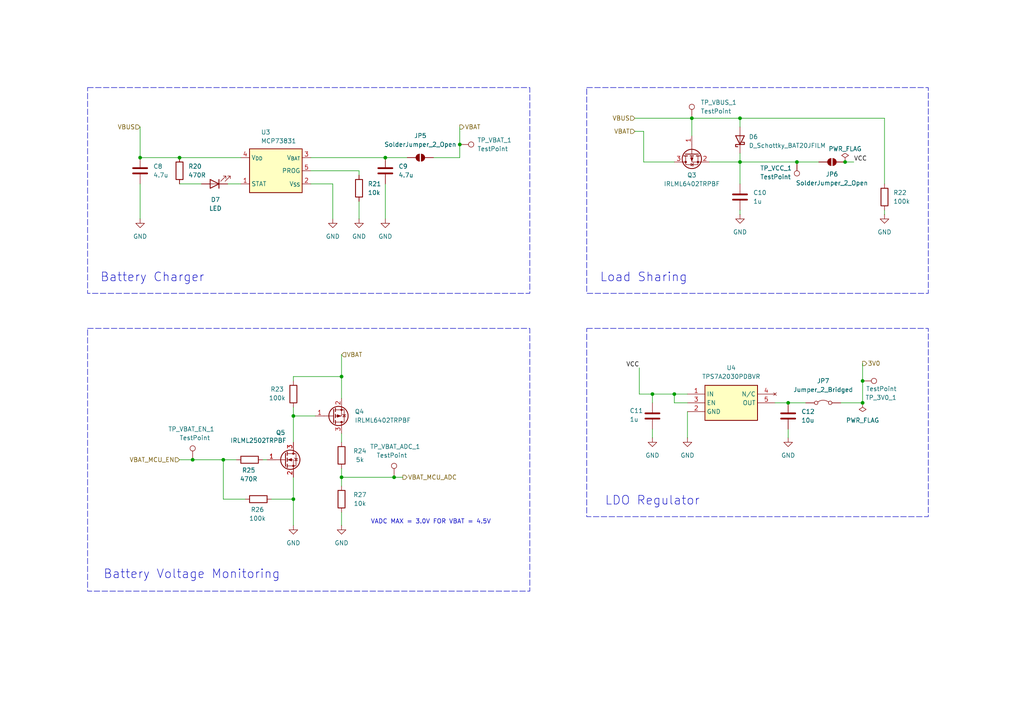
<source format=kicad_sch>
(kicad_sch (version 20231120) (generator "eeschema") (generator_version "8.0")
  (paper "A4")
  (title_block (title "Light Doorbell") (date "2024-10-21") (rev "V1.0") (company "Aalto ELEC-E8745") (comment 1 "Esteban CADIC"))
  (lib_symbols
    (symbol "PRJ_SYMBOLS:C" (pin_numbers hide) (pin_names (offset 0.254))
      (property "Reference" "C" (at 0.635 2.54 0))
      (property "Value" "C" (at 0.635 -2.54 0))
      (symbol "C_0_1"
        (polyline (pts (xy -2.032 -0.762) (xy 2.032 -0.762)) (stroke (width 0.508)))
        (polyline (pts (xy -2.032 0.762) (xy 2.032 0.762)) (stroke (width 0.508)))
      )
      (symbol "C_1_1"
        (pin passive line (at 0 3.81 270) (length 2.794) (name "~") (number "1"))
        (pin passive line (at 0 -3.81 90) (length 2.794) (name "~") (number "2"))
      )
    )
    (symbol "PRJ_SYMBOLS:D_Schottky" (pin_numbers hide) (pin_names (offset 1.016) hide)
      (property "Reference" "D" (at 0 2.54 0))
      (property "Value" "D_Schottky_BAT20JFILM" (at 0 -2.54 0))
      (symbol "D_Schottky_0_1"
        (polyline (pts (xy 1.27 0) (xy -1.27 0)))
        (polyline (pts (xy 1.27 1.27) (xy 1.27 -1.27) (xy -1.27 0) (xy 1.27 1.27)) (stroke (width 0.254)))
        (polyline (pts (xy -1.905 0.635) (xy -1.905 1.27) (xy -1.27 1.27) (xy -1.27 -1.27) (xy -0.635 -1.27) (xy -0.635 -0.635)) (stroke (width 0.254)))
      )
      (symbol "D_Schottky_1_1"
        (pin passive line (at -3.81 0 0) (length 2.54) (name "K") (number "1"))
        (pin passive line (at 3.81 0 180) (length 2.54) (name "A") (number "2"))
      )
    )
    (symbol "PRJ_SYMBOLS:GND" (power) (pin_numbers hide) (pin_names (offset 0) hide)
      (property "Value" "GND" (at 0 -3.81 0))
      (symbol "GND_0_1"
        (polyline (pts (xy 0 0) (xy 0 -1.27) (xy 1.27 -1.27) (xy 0 -2.54) (xy -1.27 -1.27) (xy 0 -1.27)))
      )
      (symbol "GND_1_1"
        (pin power_in line (at 0 0 270) (length 0) (name "~") (number "1"))
      )
    )
    (symbol "PRJ_SYMBOLS:IRLML2502TRPBF" (pin_names hide)
      (property "Reference" "Q" (at 5.08 1.905 0))
      (property "Value" "IRLML2502TRPBF" (at 5.08 0 0))
      (symbol "IRLML2502TRPBF_0_1"
        (polyline (pts (xy 0.254 0) (xy -2.54 0)))
        (polyline (pts (xy 0.254 1.905) (xy 0.254 -1.905)) (stroke (width 0.254)))
        (polyline (pts (xy 0.762 -1.27) (xy 0.762 -2.286)) (stroke (width 0.254)))
        (polyline (pts (xy 0.762 0.508) (xy 0.762 -0.508)) (stroke (width 0.254)))
        (polyline (pts (xy 0.762 2.286) (xy 0.762 1.27)) (stroke (width 0.254)))
        (polyline (pts (xy 2.54 2.54) (xy 2.54 1.778)))
        (polyline (pts (xy 2.54 -2.54) (xy 2.54 0) (xy 0.762 0)))
        (polyline (pts (xy 0.762 -1.778) (xy 3.302 -1.778) (xy 3.302 1.778) (xy 0.762 1.778)))
        (polyline (pts (xy 1.016 0) (xy 2.032 0.381) (xy 2.032 -0.381) (xy 1.016 0)) (fill (type outline)))
        (polyline (pts (xy 2.794 0.508) (xy 2.921 0.381) (xy 3.683 0.381) (xy 3.81 0.254)))
        (polyline (pts (xy 3.302 0.381) (xy 2.921 -0.254) (xy 3.683 -0.254) (xy 3.302 0.381)))
        (circle (center 1.651 0) (radius 2.794) (stroke (width 0.254)))
        (circle (center 2.54 -1.778) (radius 0.254) (fill (type outline)))
        (circle (center 2.54 1.778) (radius 0.254) (fill (type outline)))
      )
      (symbol "IRLML2502TRPBF_1_1"
        (pin input line (at -5.08 0 0) (length 2.54) (name "G") (number "1"))
        (pin passive line (at 2.54 -5.08 90) (length 2.54) (name "S") (number "2"))
        (pin passive line (at 2.54 5.08 270) (length 2.54) (name "D") (number "3"))
      )
    )
    (symbol "PRJ_SYMBOLS:IRLML6402TRPBF" (pin_names hide)
      (property "Reference" "Q" (at 5.08 1.905 0))
      (property "Value" "IRLML6402TRPBF" (at 5.08 0 0))
      (symbol "IRLML6402TRPBF_0_1"
        (polyline (pts (xy 0.254 0) (xy -2.54 0)))
        (polyline (pts (xy 0.254 1.905) (xy 0.254 -1.905)) (stroke (width 0.254)))
        (polyline (pts (xy 0.762 -1.27) (xy 0.762 -2.286)) (stroke (width 0.254)))
        (polyline (pts (xy 0.762 0.508) (xy 0.762 -0.508)) (stroke (width 0.254)))
        (polyline (pts (xy 0.762 2.286) (xy 0.762 1.27)) (stroke (width 0.254)))
        (polyline (pts (xy 2.54 2.54) (xy 2.54 1.778)))
        (polyline (pts (xy 2.54 -2.54) (xy 2.54 0) (xy 0.762 0)))
        (polyline (pts (xy 0.762 1.778) (xy 3.302 1.778) (xy 3.302 -1.778) (xy 0.762 -1.778)))
        (polyline (pts (xy 2.286 0) (xy 1.27 0.381) (xy 1.27 -0.381) (xy 2.286 0)) (fill (type outline)))
        (polyline (pts (xy 2.794 -0.508) (xy 2.921 -0.381) (xy 3.683 -0.381) (xy 3.81 -0.254)))
        (polyline (pts (xy 3.302 -0.381) (xy 2.921 0.254) (xy 3.683 0.254) (xy 3.302 -0.381)))
        (circle (center 1.651 0) (radius 2.794) (stroke (width 0.254)))
        (circle (center 2.54 -1.778) (radius 0.254) (fill (type outline)))
        (circle (center 2.54 1.778) (radius 0.254) (fill (type outline)))
      )
      (symbol "IRLML6402TRPBF_1_1"
        (pin input line (at -5.08 0 0) (length 2.54) (name "G") (number "1"))
        (pin passive line (at 2.54 -5.08 90) (length 2.54) (name "S") (number "2"))
        (pin passive line (at 2.54 5.08 270) (length 2.54) (name "D") (number "3"))
      )
    )
    (symbol "PRJ_SYMBOLS:Jumper_2_Bridged" (pin_numbers hide) (pin_names (offset 0) hide) (exclude_from_sim yes)
      (property "Reference" "JP" (at 0 1.905 0))
      (property "Value" "Jumper_2_Bridged" (at 0 -2.54 0))
      (symbol "Jumper_2_Bridged_0_0"
        (circle (center -2.032 0) (radius 0.508))
        (circle (center 2.032 0) (radius 0.508))
      )
      (symbol "Jumper_2_Bridged_0_1"
        (arc (start 1.524 0.254) (mid 0 0.762) (end -1.524 0.254))
      )
      (symbol "Jumper_2_Bridged_1_1"
        (pin passive line (at -5.08 0 0) (length 2.54) (name "A") (number "1"))
        (pin passive line (at 5.08 0 180) (length 2.54) (name "B") (number "2"))
      )
    )
    (symbol "PRJ_SYMBOLS:LED" (pin_numbers hide) (pin_names (offset 1.016) hide)
      (property "Reference" "D" (at 0 2.54 0))
      (property "Value" "LED" (at 0 -2.54 0))
      (symbol "LED_0_1"
        (polyline (pts (xy -1.27 -1.27) (xy -1.27 1.27)) (stroke (width 0.254)))
        (polyline (pts (xy -1.27 0) (xy 1.27 0)))
        (polyline (pts (xy 1.27 -1.27) (xy 1.27 1.27) (xy -1.27 0) (xy 1.27 -1.27)) (stroke (width 0.254)))
        (polyline (pts (xy -3.048 -0.762) (xy -4.572 -2.286) (xy -3.81 -2.286) (xy -4.572 -2.286) (xy -4.572 -1.524)))
        (polyline (pts (xy -1.778 -0.762) (xy -3.302 -2.286) (xy -2.54 -2.286) (xy -3.302 -2.286) (xy -3.302 -1.524)))
      )
      (symbol "LED_1_1"
        (pin passive line (at -3.81 0 0) (length 2.54) (name "K") (number "1"))
        (pin passive line (at 3.81 0 180) (length 2.54) (name "A") (number "2"))
      )
    )
    (symbol "PRJ_SYMBOLS:MCP73831"
      (property "Reference" "U" (at -7.62 6.35 0))
      (property "Value" "MCP73831" (at 1.27 6.35 0))
      (symbol "MCP73831_0_1"
        (rectangle (start -7.62 5.08) (end 7.62 -7.62) (stroke (width 0.254)) (fill (type background)))
      )
      (symbol "MCP73831_1_1"
        (pin tri_state line (at -10.16 -5.08 0) (length 2.54) (name "STAT") (number "1"))
        (pin power_in line (at 10.16 -5.08 180) (length 2.54) (name "V_{SS}") (number "2"))
        (pin power_out line (at 10.16 2.54 180) (length 2.54) (name "V_{BAT}") (number "3"))
        (pin power_in line (at -10.16 2.54 0) (length 2.54) (name "V_{DD}") (number "4"))
        (pin input line (at 10.16 -1.27 180) (length 2.54) (name "PROG") (number "5"))
      )
    )
    (symbol "PRJ_SYMBOLS:PWR_FLAG" (power) (pin_numbers hide) (pin_names (offset 0) hide)
      (property "Value" "PWR_FLAG" (at 0 3.81 0))
      (symbol "PWR_FLAG_0_0"
        (pin power_out line (at 0 0 90) (length 0) (name "~") (number "1"))
      )
      (symbol "PWR_FLAG_0_1"
        (polyline (pts (xy 0 0) (xy 0 1.27) (xy -1.016 1.905) (xy 0 2.54) (xy 1.016 1.905) (xy 0 1.27)))
      )
    )
    (symbol "PRJ_SYMBOLS:R" (pin_numbers hide) (pin_names (offset 0))
      (property "Reference" "R" (at 2.032 0 90))
      (property "Value" "R" (at 0 0 90))
      (symbol "R_0_1"
        (rectangle (start -1.016 -2.54) (end 1.016 2.54) (stroke (width 0.254)))
      )
      (symbol "R_1_1"
        (pin passive line (at 0 3.81 270) (length 1.27) (name "~") (number "1"))
        (pin passive line (at 0 -3.81 90) (length 1.27) (name "~") (number "2"))
      )
    )
    (symbol "PRJ_SYMBOLS:SolderJumper_2_Open" (pin_numbers hide) (pin_names (offset 0) hide) (exclude_from_sim yes) (in_bom no)
      (property "Reference" "JP" (at 0 2.032 0))
      (property "Value" "SolderJumper_2_Open" (at 0 -2.54 0))
      (symbol "SolderJumper_2_Open_0_1"
        (arc (start -0.254 1.016) (mid -1.2656 0) (end -0.254 -1.016))
        (arc (start -0.254 1.016) (mid -1.2656 0) (end -0.254 -1.016) (fill (type outline)))
        (polyline (pts (xy -0.254 1.016) (xy -0.254 -1.016)))
        (polyline (pts (xy 0.254 1.016) (xy 0.254 -1.016)))
        (arc (start 0.254 -1.016) (mid 1.2656 0) (end 0.254 1.016))
        (arc (start 0.254 -1.016) (mid 1.2656 0) (end 0.254 1.016) (fill (type outline)))
      )
      (symbol "SolderJumper_2_Open_1_1"
        (pin passive line (at -3.81 0 0) (length 2.54) (name "A") (number "1"))
        (pin passive line (at 3.81 0 180) (length 2.54) (name "B") (number "2"))
      )
    )
    (symbol "PRJ_SYMBOLS:TPS7A2030PDBVR"
      (property "Reference" "IC" (at 21.59 7.62 0))
      (property "Value" "TPS7A2030PDBVR" (at 21.59 5.08 0))
      (symbol "TPS7A2030PDBVR_1_1"
        (rectangle (start 5.08 2.54) (end 20.32 -7.62) (stroke (width 0.254)) (fill (type background)))
        (pin power_in line (at 0 0 0) (length 5.08) (name "IN") (number "1"))
        (pin power_in line (at 0 -5.08 0) (length 5.08) (name "GND") (number "2"))
        (pin input line (at 0 -2.54 0) (length 5.08) (name "EN") (number "3"))
        (pin no_connect line (at 25.4 0 180) (length 5.08) (name "N/C") (number "4"))
        (pin power_out line (at 25.4 -2.54 180) (length 5.08) (name "OUT") (number "5"))
      )
    )
    (symbol "PRJ_SYMBOLS:TestPoint" (pin_numbers hide) (pin_names (offset 0.762) hide)
      (property "Reference" "TP" (at 0 6.858 0))
      (property "Value" "TestPoint" (at 0 5.08 0))
      (symbol "TestPoint_0_1"
        (circle (center 0 3.302) (radius 0.762))
      )
      (symbol "TestPoint_1_1"
        (pin passive line (at 0 0 90) (length 2.54) (name "1") (number "1"))
      )
    )
  )
  (junction (at 245.11 46.99))
  (junction (at 195.58 114.3))
  (junction (at 111.76 45.72))
  (junction (at 214.63 46.99))
  (junction (at 189.23 114.3))
  (junction (at 231.14 46.99))
  (junction (at 133.35 41.91))
  (junction (at 250.19 116.84))
  (junction (at 214.63 34.29))
  (junction (at 40.64 45.72))
  (junction (at 99.06 109.22))
  (junction (at 85.09 120.65))
  (junction (at 64.77 133.35))
  (junction (at 99.06 138.43))
  (junction (at 250.19 110.49))
  (junction (at 52.07 45.72))
  (junction (at 55.88 133.35))
  (junction (at 200.66 34.29))
  (junction (at 85.09 144.78))
  (junction (at 228.6 116.84))
  (junction (at 114.3 138.43))
  (wire (pts (xy 85.09 118.11) (xy 85.09 120.65)))
  (wire (pts (xy 184.15 38.1) (xy 186.69 38.1)))
  (wire (pts (xy 133.35 45.72) (xy 125.73 45.72)))
  (wire (pts (xy 85.09 109.22) (xy 99.06 109.22)))
  (wire (pts (xy 214.63 46.99) (xy 214.63 53.34)))
  (wire (pts (xy 250.19 116.84) (xy 243.84 116.84)))
  (wire (pts (xy 40.64 36.83) (xy 40.64 45.72)))
  (wire (pts (xy 205.74 46.99) (xy 214.63 46.99)))
  (wire (pts (xy 99.06 138.43) (xy 114.3 138.43)))
  (wire (pts (xy 228.6 124.46) (xy 228.6 127)))
  (wire (pts (xy 200.66 34.29) (xy 200.66 39.37)))
  (wire (pts (xy 189.23 116.84) (xy 189.23 114.3)))
  (wire (pts (xy 118.11 45.72) (xy 111.76 45.72)))
  (wire (pts (xy 64.77 133.35) (xy 68.58 133.35)))
  (wire (pts (xy 245.11 46.99) (xy 247.65 46.99)))
  (wire (pts (xy 99.06 148.59) (xy 99.06 152.4)))
  (wire (pts (xy 52.07 45.72) (xy 69.85 45.72)))
  (wire (pts (xy 199.39 119.38) (xy 199.39 127)))
  (wire (pts (xy 250.19 105.41) (xy 250.19 110.49)))
  (wire (pts (xy 214.63 44.45) (xy 214.63 46.99)))
  (wire (pts (xy 250.19 110.49) (xy 250.19 116.84)))
  (wire (pts (xy 185.42 106.68) (xy 185.42 114.3)))
  (wire (pts (xy 184.15 34.29) (xy 200.66 34.29)))
  (wire (pts (xy 40.64 45.72) (xy 52.07 45.72)))
  (wire (pts (xy 76.2 133.35) (xy 77.47 133.35)))
  (wire (pts (xy 66.04 53.34) (xy 69.85 53.34)))
  (wire (pts (xy 99.06 109.22) (xy 99.06 115.57)))
  (wire (pts (xy 104.14 49.53) (xy 104.14 50.8)))
  (wire (pts (xy 52.07 53.34) (xy 58.42 53.34)))
  (wire (pts (xy 99.06 125.73) (xy 99.06 128.27)))
  (wire (pts (xy 186.69 38.1) (xy 186.69 46.99)))
  (wire (pts (xy 99.06 102.87) (xy 99.06 109.22)))
  (wire (pts (xy 85.09 120.65) (xy 91.44 120.65)))
  (wire (pts (xy 90.17 53.34) (xy 96.52 53.34)))
  (wire (pts (xy 52.07 133.35) (xy 55.88 133.35)))
  (wire (pts (xy 85.09 120.65) (xy 85.09 128.27)))
  (wire (pts (xy 114.3 138.43) (xy 116.84 138.43)))
  (wire (pts (xy 85.09 144.78) (xy 85.09 152.4)))
  (wire (pts (xy 214.63 60.96) (xy 214.63 62.23)))
  (wire (pts (xy 78.74 144.78) (xy 85.09 144.78)))
  (wire (pts (xy 195.58 114.3) (xy 199.39 114.3)))
  (wire (pts (xy 90.17 49.53) (xy 104.14 49.53)))
  (wire (pts (xy 104.14 58.42) (xy 104.14 63.5)))
  (wire (pts (xy 186.69 46.99) (xy 195.58 46.99)))
  (wire (pts (xy 71.12 144.78) (xy 64.77 144.78)))
  (wire (pts (xy 55.88 133.35) (xy 64.77 133.35)))
  (wire (pts (xy 199.39 116.84) (xy 195.58 116.84)))
  (wire (pts (xy 111.76 53.34) (xy 111.76 63.5)))
  (wire (pts (xy 189.23 124.46) (xy 189.23 127)))
  (wire (pts (xy 133.35 41.91) (xy 133.35 45.72)))
  (wire (pts (xy 85.09 109.22) (xy 85.09 110.49)))
  (wire (pts (xy 214.63 36.83) (xy 214.63 34.29)))
  (wire (pts (xy 214.63 46.99) (xy 231.14 46.99)))
  (wire (pts (xy 256.54 34.29) (xy 214.63 34.29)))
  (wire (pts (xy 85.09 138.43) (xy 85.09 144.78)))
  (wire (pts (xy 133.35 36.83) (xy 133.35 41.91)))
  (wire (pts (xy 96.52 53.34) (xy 96.52 63.5)))
  (wire (pts (xy 256.54 60.96) (xy 256.54 62.23)))
  (wire (pts (xy 185.42 114.3) (xy 189.23 114.3)))
  (wire (pts (xy 233.68 116.84) (xy 228.6 116.84)))
  (wire (pts (xy 99.06 138.43) (xy 99.06 140.97)))
  (wire (pts (xy 231.14 46.99) (xy 237.49 46.99)))
  (wire (pts (xy 214.63 34.29) (xy 200.66 34.29)))
  (wire (pts (xy 99.06 135.89) (xy 99.06 138.43)))
  (wire (pts (xy 224.79 116.84) (xy 228.6 116.84)))
  (wire (pts (xy 90.17 45.72) (xy 111.76 45.72)))
  (wire (pts (xy 64.77 144.78) (xy 64.77 133.35)))
  (wire (pts (xy 189.23 114.3) (xy 195.58 114.3)))
  (wire (pts (xy 256.54 53.34) (xy 256.54 34.29)))
  (wire (pts (xy 40.64 53.34) (xy 40.64 63.5)))
  (wire (pts (xy 195.58 116.84) (xy 195.58 114.3)))
  (rectangle (start 170.18 95.25) (end 269.24 149.86) (stroke (width 0) (type dash)))
  (rectangle (start 25.4 25.4) (end 153.67 85.09) (stroke (width 0) (type dash)))
  (rectangle (start 25.4 95.25) (end 153.67 171.45) (stroke (width 0) (type dash)))
  (rectangle (start 170.18 25.4) (end 269.24 85.09) (stroke (width 0) (type dash)))
  (text "Battery Voltage Monitoring" (at 55.626 166.624 0) (effects (font (size 2.54 2.54))))
  (text "Load Sharing" (at 186.69 80.518 0) (effects (font (size 2.54 2.54))))
  (text "Battery Charger" (at 44.196 80.518 0) (effects (font (size 2.54 2.54))))
  (text "VADC MAX = 3.0V FOR VBAT = 4.5V" (at 124.968 151.384 0) (effects (font (size 1.27 1.27))))
  (text "LDO Regulator" (at 189.23 145.288 0) (effects (font (size 2.54 2.54))))
  (label "VCC" (at 185.42 106.68 180))
  (label "VCC" (at 247.65 46.99 0))
  (hierarchical_label "VBAT" (shape output) (at 133.35 36.83 0))
  (hierarchical_label "VBUS" (shape input) (at 40.64 36.83 180))
  (hierarchical_label "VBAT" (shape input) (at 99.06 102.87 0))
  (hierarchical_label "VBAT" (shape input) (at 184.15 38.1 180))
  (hierarchical_label "VBAT_MCU_EN" (shape input) (at 52.07 133.35 180))
  (hierarchical_label "VBUS" (shape input) (at 184.15 34.29 180))
  (hierarchical_label "VBAT_MCU_ADC" (shape output) (at 116.84 138.43 0))
  (hierarchical_label "3V0" (shape output) (at 250.19 105.41 0))
  (symbol (lib_id "PRJ_SYMBOLS:GND") (at 111.76 63.5 0) (unit 1)
    (property "Reference" "#PWR027" (effects (hide yes)))
    (property "Value" "GND" (at 111.76 68.58 0))
    (property "Description" "Power symbol creates a global label with name \"GND\" , ground" (effects (hide yes)))
  )
  (symbol (lib_id "PRJ_SYMBOLS:TestPoint") (at 250.19 110.49 270) (unit 1)
    (property "Reference" "TP_3V0_1" (at 260.096 115.316 90) (effects (justify right)))
    (property "Value" "TestPoint" (at 260.096 112.776 90) (effects (justify right)))
    (property "Footprint" "PRJ_FOOTPRINTS:TestPoint_Pad_D2.0mm" (effects (hide yes)))
    (property "Description" "test point" (effects (hide yes)))
  )
  (symbol (lib_id "PRJ_SYMBOLS:GND") (at 99.06 152.4 0) (unit 1)
    (property "Reference" "#PWR032" (effects (hide yes)))
    (property "Value" "GND" (at 99.06 157.48 0))
    (property "Description" "Power symbol creates a global label with name \"GND\" , ground" (effects (hide yes)))
  )
  (symbol (lib_id "PRJ_SYMBOLS:TestPoint") (at 231.14 46.99 180) (unit 1)
    (property "Reference" "TP_VCC_1" (at 220.472 48.768 0) (effects (justify right)))
    (property "Value" "TestPoint" (at 220.472 51.308 0) (effects (justify right)))
    (property "Footprint" "PRJ_FOOTPRINTS:TestPoint_Pad_D2.0mm" (effects (hide yes)))
    (property "Description" "test point" (effects (hide yes)))
  )
  (symbol (lib_id "PRJ_SYMBOLS:PWR_FLAG") (at 250.19 116.84 180) (unit 1)
    (property "Reference" "#FLG06" (effects (hide yes)))
    (property "Value" "PWR_FLAG" (at 250.19 121.92 0))
    (property "Description" "Special symbol for telling ERC where power comes from" (effects (hide yes)))
  )
  (symbol (lib_id "PRJ_SYMBOLS:TestPoint") (at 200.66 34.29 0) (unit 1)
    (property "Reference" "TP_VBUS_1" (at 203.2 29.7179 0) (effects (justify left)))
    (property "Value" "TestPoint" (at 203.2 32.2579 0) (effects (justify left)))
    (property "Footprint" "PRJ_FOOTPRINTS:TestPoint_Pad_D2.0mm" (effects (hide yes)))
    (property "Description" "test point" (effects (hide yes)))
  )
  (symbol (lib_id "PRJ_SYMBOLS:IRLML2502TRPBF") (at 82.55 133.35 0) (unit 1)
    (property "Reference" "Q5" (at 80.01 125.476 0) (effects (justify left)))
    (property "Value" "IRLML2502TRPBF" (at 66.802 127.762 0) (effects (justify left)))
    (property "Footprint" "PRJ_FOOTPRINTS:SOT-23_Handsoldering" (effects (hide yes)))
    (property "Datasheet" "https://www.infineon.com/dgdl/irlml2502pbf-1.pdf?fileId=5546d462533600a4015356680e672608" (effects (hide yes)))
    (property "Description" "N-Channel MOSFET, 20V Vds, 4.2A Id, 45 mΩ Rds(on), SOT-23" (effects (hide yes)))
    (property "LCSC" "C2589" (effects (hide yes)))
  )
  (symbol (lib_id "PRJ_SYMBOLS:D_Schottky") (at 214.63 40.64 90) (unit 1)
    (property "Reference" "D6" (at 217.17 39.6874 90) (effects (justify right)))
    (property "Value" "D_Schottky_BAT20JFILM" (at 217.17 42.2274 90) (effects (justify right)))
    (property "Footprint" "PRJ_FOOTPRINTS:D_SOD-323_HandSoldering" (effects (hide yes)))
    (property "Datasheet" "https://eu.mouser.com/datasheet/2/389/bat20j-1849045.pdf" (effects (hide yes)))
    (property "Description" "Schottky diode, ST BAT20JFILM, 1A If, 23V Vrrm" (effects (hide yes)))
    (property "LCSC" "C155590" (effects (hide yes)))
  )
  (symbol (lib_id "PRJ_SYMBOLS:LED") (at 62.23 53.34 180) (unit 1)
    (property "Reference" "D7" (at 62.484 57.912 0))
    (property "Value" "LED" (at 62.484 60.452 0))
    (property "Footprint" "PRJ_FOOTPRINTS:LED_0805_2012Metric_Pad1.15x1.40mm_HandSolder" (effects (hide yes)))
    (property "Description" "Light emitting diode" (effects (hide yes)))
    (property "LCSC" "C434431" (effects (hide yes)))
  )
  (symbol (lib_id "PRJ_SYMBOLS:R") (at 72.39 133.35 270) (unit 1)
    (property "Reference" "R25" (at 72.136 136.398 90))
    (property "Value" "470R" (at 72.136 138.938 90))
    (property "Footprint" "PRJ_FOOTPRINTS:R_0805_2012Metric_Pad1.20x1.40mm_HandSolder" (effects (hide yes)))
    (property "Description" "Resistor" (effects (hide yes)))
    (property "LCSC" "C2907329" (effects (hide yes)))
  )
  (symbol (lib_id "PRJ_SYMBOLS:R") (at 256.54 57.15 0) (unit 1)
    (property "Reference" "R22" (at 259.08 55.8799 0) (effects (justify left)))
    (property "Value" "100k" (at 259.08 58.4199 0) (effects (justify left)))
    (property "Footprint" "PRJ_FOOTPRINTS:R_0805_2012Metric_Pad1.20x1.40mm_HandSolder" (effects (hide yes)))
    (property "Description" "Resistor" (effects (hide yes)))
    (property "LCSC" "C25611" (effects (hide yes)))
  )
  (symbol (lib_id "PRJ_SYMBOLS:C") (at 111.76 49.53 0) (unit 1)
    (property "Reference" "C9" (at 115.57 48.2599 0) (effects (justify left)))
    (property "Value" "4.7u" (at 115.57 50.7999 0) (effects (justify left)))
    (property "Footprint" "PRJ_FOOTPRINTS:C_0805_2012Metric_Pad1.18x1.45mm_HandSolder" (effects (hide yes)))
    (property "Description" "Unpolarized capacitor" (effects (hide yes)))
    (property "LCSC" "C1779" (effects (hide yes)))
  )
  (symbol (lib_id "PRJ_SYMBOLS:GND") (at 228.6 127 0) (unit 1)
    (property "Reference" "#PWR030" (effects (hide yes)))
    (property "Value" "GND" (at 228.6 132.08 0))
    (property "Description" "Power symbol creates a global label with name \"GND\" , ground" (effects (hide yes)))
  )
  (symbol (lib_id "PRJ_SYMBOLS:MCP73831") (at 80.01 48.26 0) (unit 1)
    (property "Reference" "U3" (at 75.692 38.354 0) (effects (justify left)))
    (property "Value" "MCP73831" (at 75.692 40.894 0) (effects (justify left)))
    (property "Footprint" "PRJ_FOOTPRINTS:TSOT-23-5_HandSoldering" (effects (hide yes)))
    (property "Datasheet" "https://ww1.microchip.com/downloads/en/DeviceDoc/MCP73831-Family-Data-Sheet-DS20001984H.pdf" (effects (hide yes)))
    (property "Description" "Single cell Li-Ion/Li-Po charge management controller, 4.20V, SOT23-5" (effects (hide yes)))
    (property "LCSC" "C424093" (effects (hide yes)))
  )
  (symbol (lib_id "PRJ_SYMBOLS:C") (at 214.63 57.15 0) (unit 1)
    (property "Reference" "C10" (at 218.44 55.8799 0) (effects (justify left)))
    (property "Value" "1u" (at 218.44 58.4199 0) (effects (justify left)))
    (property "Footprint" "PRJ_FOOTPRINTS:C_0805_2012Metric_Pad1.18x1.45mm_HandSolder" (effects (hide yes)))
    (property "Description" "Unpolarized capacitor" (effects (hide yes)))
    (property "LCSC" "C2798196" (effects (hide yes)))
  )
  (symbol (lib_id "PRJ_SYMBOLS:GND") (at 96.52 63.5 0) (unit 1)
    (property "Reference" "#PWR025" (effects (hide yes)))
    (property "Value" "GND" (at 96.52 68.58 0))
    (property "Description" "Power symbol creates a global label with name \"GND\" , ground" (effects (hide yes)))
  )
  (symbol (lib_id "PRJ_SYMBOLS:GND") (at 104.14 63.5 0) (unit 1)
    (property "Reference" "#PWR026" (effects (hide yes)))
    (property "Value" "GND" (at 104.14 68.58 0))
    (property "Description" "Power symbol creates a global label with name \"GND\" , ground" (effects (hide yes)))
  )
  (symbol (lib_id "PRJ_SYMBOLS:GND") (at 256.54 62.23 0) (unit 1)
    (property "Reference" "#PWR023" (effects (hide yes)))
    (property "Value" "GND" (at 256.54 67.31 0))
    (property "Description" "Power symbol creates a global label with name \"GND\" , ground" (effects (hide yes)))
  )
  (symbol (lib_id "PRJ_SYMBOLS:R") (at 99.06 132.08 180) (unit 1)
    (property "Reference" "R24" (at 104.394 130.81 0))
    (property "Value" "5k" (at 104.394 133.35 0))
    (property "Footprint" "PRJ_FOOTPRINTS:R_0805_2012Metric_Pad1.20x1.40mm_HandSolder" (effects (hide yes)))
    (property "Description" "Resistor" (effects (hide yes)))
    (property "LCSC" "C2828783" (effects (hide yes)))
  )
  (symbol (lib_id "PRJ_SYMBOLS:R") (at 74.93 144.78 270) (unit 1)
    (property "Reference" "R26" (at 74.676 147.828 90))
    (property "Value" "100k" (at 74.676 150.368 90))
    (property "Footprint" "PRJ_FOOTPRINTS:R_0805_2012Metric_Pad1.20x1.40mm_HandSolder" (effects (hide yes)))
    (property "Description" "Resistor" (effects (hide yes)))
    (property "LCSC" "C25611" (effects (hide yes)))
  )
  (symbol (lib_id "PRJ_SYMBOLS:R") (at 85.09 114.3 180) (unit 1)
    (property "Reference" "R23" (at 80.391 112.903 0))
    (property "Value" "100k" (at 80.391 115.443 0))
    (property "Footprint" "PRJ_FOOTPRINTS:R_0805_2012Metric_Pad1.20x1.40mm_HandSolder" (effects (hide yes)))
    (property "Description" "Resistor" (effects (hide yes)))
    (property "LCSC" "C25611" (effects (hide yes)))
  )
  (symbol (lib_id "PRJ_SYMBOLS:GND") (at 214.63 62.23 0) (unit 1)
    (property "Reference" "#PWR022" (effects (hide yes)))
    (property "Value" "GND" (at 214.63 67.31 0))
    (property "Description" "Power symbol creates a global label with name \"GND\" , ground" (effects (hide yes)))
  )
  (symbol (lib_id "PRJ_SYMBOLS:SolderJumper_2_Open") (at 121.92 45.72 0) (unit 1) (exclude_from_sim yes) (in_bom no)
    (property "Reference" "JP5" (at 121.92 39.37 0))
    (property "Value" "SolderJumper_2_Open" (at 121.92 41.91 0))
    (property "Footprint" "PRJ_FOOTPRINTS:SolderJumper-2_P1.3mm_Open_RoundedPad1.0x1.5mm" (effects (hide yes)))
    (property "Description" "Solder Jumper, 2-pole, open" (effects (hide yes)))
  )
  (symbol (lib_id "PRJ_SYMBOLS:IRLML6402TRPBF") (at 96.52 120.65 0) (mirror x) (unit 1)
    (property "Reference" "Q4" (at 102.87 119.38 0) (effects (justify left)))
    (property "Value" "IRLML6402TRPBF" (at 102.87 121.9199 0) (effects (justify left)))
    (property "Footprint" "PRJ_FOOTPRINTS:SOT-23_Handsoldering" (effects (hide yes)))
    (property "Datasheet" "https://www.infineon.com/dgdl/irlml6402pbf.pdf?fileId=5546d462533600a401535668d5c2263c" (effects (hide yes)))
    (property "Description" "P-Channel MOSFET, -20V Vds, -3.7A Id, 65mΩ Rds(on), SOT-23" (effects (hide yes)))
    (property "LCSC" "C2593" (effects (hide yes)))
  )
  (symbol (lib_id "PRJ_SYMBOLS:R") (at 99.06 144.78 180) (unit 1)
    (property "Reference" "R27" (at 104.394 143.51 0))
    (property "Value" "10k" (at 104.394 146.05 0))
    (property "Footprint" "PRJ_FOOTPRINTS:R_0805_2012Metric_Pad1.20x1.40mm_HandSolder" (effects (hide yes)))
    (property "Description" "Resistor" (effects (hide yes)))
    (property "LCSC" "C17414" (effects (hide yes)))
  )
  (symbol (lib_id "PRJ_SYMBOLS:C") (at 40.64 49.53 0) (unit 1)
    (property "Reference" "C8" (at 44.45 48.2599 0) (effects (justify left)))
    (property "Value" "4.7u" (at 44.45 50.7999 0) (effects (justify left)))
    (property "Footprint" "PRJ_FOOTPRINTS:C_0805_2012Metric_Pad1.18x1.45mm_HandSolder" (effects (hide yes)))
    (property "Description" "Unpolarized capacitor" (effects (hide yes)))
    (property "LCSC" "C1779" (effects (hide yes)))
  )
  (symbol (lib_id "PRJ_SYMBOLS:TestPoint") (at 114.3 138.43 0) (unit 1)
    (property "Reference" "TP_VBAT_ADC_1" (at 121.92 129.54 0) (effects (justify right)))
    (property "Value" "TestPoint" (at 118.11 132.08 0) (effects (justify right)))
    (property "Footprint" "PRJ_FOOTPRINTS:TestPoint_Pad_D2.0mm" (effects (hide yes)))
    (property "Description" "test point" (effects (hide yes)))
  )
  (symbol (lib_id "PRJ_SYMBOLS:GND") (at 189.23 127 0) (unit 1)
    (property "Reference" "#PWR028" (effects (hide yes)))
    (property "Value" "GND" (at 189.23 132.08 0))
    (property "Description" "Power symbol creates a global label with name \"GND\" , ground" (effects (hide yes)))
  )
  (symbol (lib_id "PRJ_SYMBOLS:C") (at 189.23 120.65 0) (unit 1)
    (property "Reference" "C11" (at 182.626 119.126 0) (effects (justify left)))
    (property "Value" "1u" (at 182.626 121.666 0) (effects (justify left)))
    (property "Footprint" "PRJ_FOOTPRINTS:C_0805_2012Metric_Pad1.18x1.45mm_HandSolder" (effects (hide yes)))
    (property "Description" "Unpolarized capacitor" (effects (hide yes)))
    (property "LCSC" "C2798196" (effects (hide yes)))
  )
  (symbol (lib_id "PRJ_SYMBOLS:PWR_FLAG") (at 245.11 46.99 0) (unit 1)
    (property "Reference" "#FLG05" (effects (hide yes)))
    (property "Value" "PWR_FLAG" (at 245.11 43.18 0))
    (property "Description" "Special symbol for telling ERC where power comes from" (effects (hide yes)))
  )
  (symbol (lib_id "PRJ_SYMBOLS:SolderJumper_2_Open") (at 241.3 46.99 0) (unit 1) (exclude_from_sim yes) (in_bom no)
    (property "Reference" "JP6" (at 241.3 50.546 0))
    (property "Value" "SolderJumper_2_Open" (at 241.3 53.086 0))
    (property "Footprint" "PRJ_FOOTPRINTS:SolderJumper-2_P1.3mm_Open_RoundedPad1.0x1.5mm" (effects (hide yes)))
    (property "Description" "Solder Jumper, 2-pole, open" (effects (hide yes)))
  )
  (symbol (lib_id "PRJ_SYMBOLS:IRLML6402TRPBF") (at 200.66 44.45 90) (mirror x) (unit 1)
    (property "Reference" "Q3" (at 200.66 50.8 90))
    (property "Value" "IRLML6402TRPBF" (at 200.66 53.34 90))
    (property "Footprint" "PRJ_FOOTPRINTS:SOT-23_Handsoldering" (effects (hide yes)))
    (property "Datasheet" "https://www.infineon.com/dgdl/irlml6402pbf.pdf?fileId=5546d462533600a401535668d5c2263c" (effects (hide yes)))
    (property "Description" "P-Channel MOSFET, -20V Vds, -3.7A Id, 65mΩ Rds(on), SOT-23" (effects (hide yes)))
    (property "LCSC" "C2593" (effects (hide yes)))
  )
  (symbol (lib_id "PRJ_SYMBOLS:TestPoint") (at 55.88 133.35 0) (unit 1)
    (property "Reference" "TP_VBAT_EN_1" (at 62.23 124.46 0) (effects (justify right)))
    (property "Value" "TestPoint" (at 60.96 127 0) (effects (justify right)))
    (property "Footprint" "PRJ_FOOTPRINTS:TestPoint_Pad_D2.0mm" (effects (hide yes)))
    (property "Description" "test point" (effects (hide yes)))
  )
  (symbol (lib_id "PRJ_SYMBOLS:TestPoint") (at 133.35 41.91 270) (unit 1)
    (property "Reference" "TP_VBAT_1" (at 138.43 40.6399 90) (effects (justify left)))
    (property "Value" "TestPoint" (at 138.43 43.1799 90) (effects (justify left)))
    (property "Footprint" "PRJ_FOOTPRINTS:TestPoint_Pad_D2.0mm" (effects (hide yes)))
    (property "Description" "test point" (effects (hide yes)))
  )
  (symbol (lib_id "PRJ_SYMBOLS:GND") (at 199.39 127 0) (unit 1)
    (property "Reference" "#PWR029" (effects (hide yes)))
    (property "Value" "GND" (at 199.39 132.08 0))
    (property "Description" "Power symbol creates a global label with name \"GND\" , ground" (effects (hide yes)))
  )
  (symbol (lib_id "PRJ_SYMBOLS:Jumper_2_Bridged") (at 238.76 116.84 0) (unit 1) (exclude_from_sim yes)
    (property "Reference" "JP7" (at 238.76 110.49 0))
    (property "Value" "Jumper_2_Bridged" (at 238.76 113.03 0))
    (property "Footprint" "PRJ_FOOTPRINTS:PinHeader_1x02_P2.54mm_Vertical" (effects (hide yes)))
    (property "Description" "Jumper, 2-pole, closed/bridged" (effects (hide yes)))
  )
  (symbol (lib_id "PRJ_SYMBOLS:R") (at 52.07 49.53 0) (unit 1)
    (property "Reference" "R20" (at 54.61 48.2599 0) (effects (justify left)))
    (property "Value" "470R" (at 54.61 50.7999 0) (effects (justify left)))
    (property "Footprint" "PRJ_FOOTPRINTS:R_0805_2012Metric_Pad1.20x1.40mm_HandSolder" (effects (hide yes)))
    (property "Description" "Resistor" (effects (hide yes)))
    (property "LCSC" "C2907329" (effects (hide yes)))
  )
  (symbol (lib_id "PRJ_SYMBOLS:GND") (at 40.64 63.5 0) (unit 1)
    (property "Reference" "#PWR024" (effects (hide yes)))
    (property "Value" "GND" (at 40.64 68.58 0))
    (property "Description" "Power symbol creates a global label with name \"GND\" , ground" (effects (hide yes)))
  )
  (symbol (lib_id "PRJ_SYMBOLS:R") (at 104.14 54.61 0) (unit 1)
    (property "Reference" "R21" (at 106.68 53.3399 0) (effects (justify left)))
    (property "Value" "10k" (at 106.68 55.8799 0) (effects (justify left)))
    (property "Footprint" "PRJ_FOOTPRINTS:R_0805_2012Metric_Pad1.20x1.40mm_HandSolder" (effects (hide yes)))
    (property "Description" "Resistor" (effects (hide yes)))
    (property "LCSC" "C17414" (effects (hide yes)))
  )
  (symbol (lib_id "PRJ_SYMBOLS:GND") (at 85.09 152.4 0) (unit 1)
    (property "Reference" "#PWR031" (effects (hide yes)))
    (property "Value" "GND" (at 85.09 157.48 0))
    (property "Description" "Power symbol creates a global label with name \"GND\" , ground" (effects (hide yes)))
  )
  (symbol (lib_id "PRJ_SYMBOLS:C") (at 228.6 120.65 0) (unit 1)
    (property "Reference" "C12" (at 232.41 119.3799 0) (effects (justify left)))
    (property "Value" "10u" (at 232.41 121.9199 0) (effects (justify left)))
    (property "Footprint" "PRJ_FOOTPRINTS:C_0805_2012Metric_Pad1.18x1.45mm_HandSolder" (effects (hide yes)))
    (property "Description" "Unpolarized capacitor" (effects (hide yes)))
    (property "LCSC" "C17024" (effects (hide yes)))
  )
  (symbol (lib_id "PRJ_SYMBOLS:TPS7A2030PDBVR") (at 199.39 114.3 0) (unit 1)
    (property "Reference" "U4" (at 212.09 106.68 0))
    (property "Value" "TPS7A2030PDBVR" (at 212.09 109.22 0))
    (property "Footprint" "PRJ_FOOTPRINTS:TSOT-23-5_HandSoldering" (effects (hide yes)))
    (property "Datasheet" "https://www.ti.com/lit/ds/symlink/tps7a20.pdf" (effects (hide yes)))
    (property "Description" "LDO Voltage Regulators, 300-mA, ultra-low-noise, low-IQ, SOT23-5" (effects (hide yes)))
    (property "LCSC" "C963429" (effects (hide yes)))
  )
)
</source>
